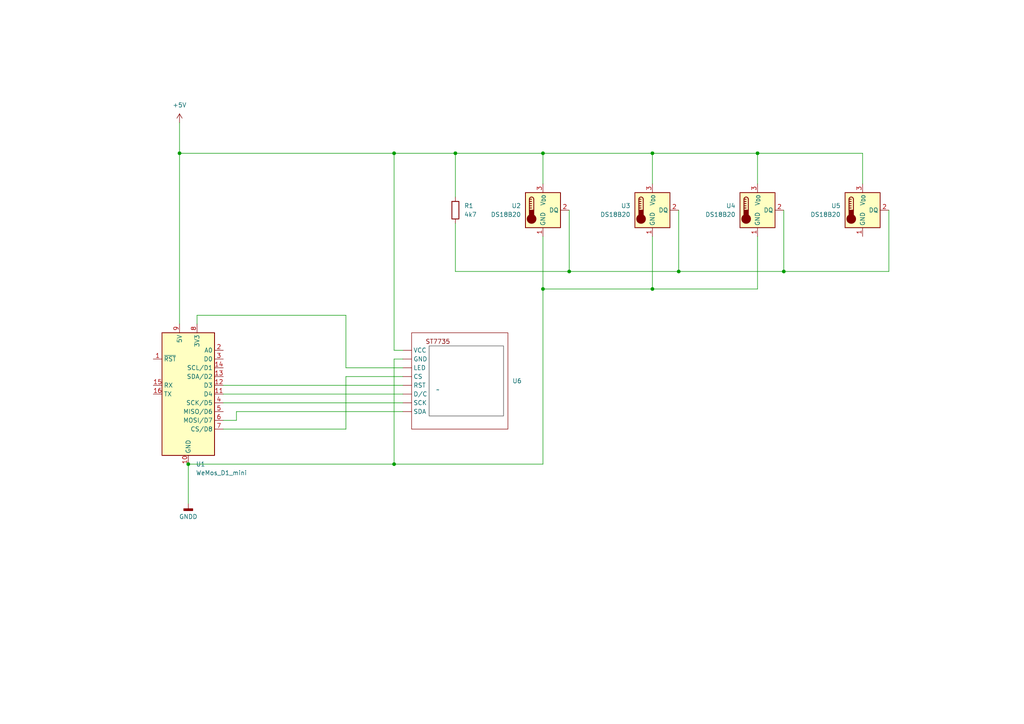
<source format=kicad_sch>
(kicad_sch (version 20230121) (generator eeschema)
  (paper "A4")
  (lib_symbols
    (symbol "Device:R" (pin_numbers hide) (pin_names (offset 0))
      (property "Reference" "R" (at 2.032 0 90))
      (property "Value" "R" (at 0 0 90))
      (symbol "R_0_1"
        (rectangle (start -1.016 -2.54) (end 1.016 2.54) (stroke (width 0.254)))
      )
      (symbol "R_1_1"
        (pin passive line (at 0 3.81 270) (length 1.27) (name "~") (number "1"))
        (pin passive line (at 0 -3.81 90) (length 1.27) (name "~") (number "2"))
      )
    )
    (symbol "KonajkaLibrary:ST7735"
      (property "Reference" "U" (at 0 -8.89 0))
      (symbol "ST7735_0_1"
        (rectangle (start -7.62 16.51) (end 20.32 -11.43))
      )
      (symbol "ST7735_1_1"
        (rectangle (start -2.54 12.7) (end 19.05 -7.62) (stroke (width 0) (color 72 72 72 1)))
        (text "ST7735" (at 0 13.97 0) (effects (font (size 1.27 1.27))))
        (pin input line (at -10.16 3.81 0) (length 2.54) (name "CS") (number ""))
        (pin input line (at -10.16 -1.27 0) (length 2.54) (name "D/C") (number ""))
        (pin power_out line (at -10.16 8.89 0) (length 2.54) (name "GND") (number ""))
        (pin input line (at -10.16 6.35 0) (length 2.54) (name "LED") (number ""))
        (pin input line (at -10.16 1.27 0) (length 2.54) (name "RST") (number ""))
        (pin input line (at -10.16 -3.81 0) (length 2.54) (name "SCK") (number ""))
        (pin input line (at -10.16 -6.35 0) (length 2.54) (name "SDA") (number ""))
        (pin power_in line (at -10.16 11.43 0) (length 2.54) (name "VCC") (number ""))
      )
    )
    (symbol "MCU_Module:WeMos_D1_mini"
      (property "Reference" "U" (at 3.81 19.05 0))
      (property "Value" "WeMos_D1_mini" (at 1.27 -19.05 0))
      (symbol "WeMos_D1_mini_1_1"
        (rectangle (start -7.62 17.78) (end 7.62 -17.78) (stroke (width 0.254)) (fill (type background)))
        (pin input line (at -10.16 10.16 0) (length 2.54) (name "~{RST}") (number "1"))
        (pin power_in line (at 0 -20.32 90) (length 2.54) (name "GND") (number "10"))
        (pin bidirectional line (at 10.16 0 180) (length 2.54) (name "D4") (number "11"))
        (pin bidirectional line (at 10.16 2.54 180) (length 2.54) (name "D3") (number "12"))
        (pin bidirectional line (at 10.16 5.08 180) (length 2.54) (name "SDA/D2") (number "13"))
        (pin bidirectional line (at 10.16 7.62 180) (length 2.54) (name "SCL/D1") (number "14"))
        (pin input line (at -10.16 2.54 0) (length 2.54) (name "RX") (number "15"))
        (pin output line (at -10.16 0 0) (length 2.54) (name "TX") (number "16"))
        (pin input line (at 10.16 12.7 180) (length 2.54) (name "A0") (number "2"))
        (pin bidirectional line (at 10.16 10.16 180) (length 2.54) (name "D0") (number "3"))
        (pin bidirectional line (at 10.16 -2.54 180) (length 2.54) (name "SCK/D5") (number "4"))
        (pin bidirectional line (at 10.16 -5.08 180) (length 2.54) (name "MISO/D6") (number "5"))
        (pin bidirectional line (at 10.16 -7.62 180) (length 2.54) (name "MOSI/D7") (number "6"))
        (pin bidirectional line (at 10.16 -10.16 180) (length 2.54) (name "CS/D8") (number "7"))
        (pin power_out line (at 2.54 20.32 270) (length 2.54) (name "3V3") (number "8"))
        (pin power_in line (at -2.54 20.32 270) (length 2.54) (name "5V") (number "9"))
      )
    )
    (symbol "Sensor_Temperature:DS18B20"
      (property "Reference" "U" (at -3.81 6.35 0))
      (property "Value" "DS18B20" (at 6.35 6.35 0))
      (symbol "DS18B20_0_1"
        (rectangle (start -5.08 5.08) (end 5.08 -5.08) (stroke (width 0.254)) (fill (type background)))
        (circle (center -3.302 -2.54) (radius 1.27) (stroke (width 0.254)) (fill (type outline)))
        (rectangle (start -2.667 -1.905) (end -3.937 0) (stroke (width 0.254)) (fill (type outline)))
        (arc (start -2.667 3.175) (mid -3.302 3.8073) (end -3.937 3.175) (stroke (width 0.254)))
        (polyline (pts (xy -3.937 0.635) (xy -3.302 0.635)) (stroke (width 0.254)))
        (polyline (pts (xy -3.937 1.27) (xy -3.302 1.27)) (stroke (width 0.254)))
        (polyline (pts (xy -3.937 1.905) (xy -3.302 1.905)) (stroke (width 0.254)))
        (polyline (pts (xy -3.937 2.54) (xy -3.302 2.54)) (stroke (width 0.254)))
        (polyline (pts (xy -3.937 3.175) (xy -3.937 0)) (stroke (width 0.254)))
        (polyline (pts (xy -3.937 3.175) (xy -3.302 3.175)) (stroke (width 0.254)))
        (polyline (pts (xy -2.667 3.175) (xy -2.667 0)) (stroke (width 0.254)))
      )
      (symbol "DS18B20_1_1"
        (pin power_in line (at 0 -7.62 90) (length 2.54) (name "GND") (number "1"))
        (pin bidirectional line (at 7.62 0 180) (length 2.54) (name "DQ") (number "2"))
        (pin power_in line (at 0 7.62 270) (length 2.54) (name "V_{DD}") (number "3"))
      )
    )
    (symbol "power:+5V" (power) (pin_names (offset 0))
      (property "Value" "+5V" (at 0 3.556 0))
      (symbol "+5V_0_1"
        (polyline (pts (xy -0.762 1.27) (xy 0 2.54)))
        (polyline (pts (xy 0 0) (xy 0 2.54)))
        (polyline (pts (xy 0 2.54) (xy 0.762 1.27)))
      )
      (symbol "+5V_1_1"
        (pin power_in line (at 0 0 90) (length 0) hide (name "+5V") (number "1"))
      )
    )
    (symbol "power:GNDD" (power) (pin_names (offset 0))
      (property "Value" "GNDD" (at 0 -3.175 0))
      (symbol "GNDD_0_1"
        (rectangle (start -1.27 -1.524) (end 1.27 -2.032) (stroke (width 0.254)) (fill (type outline)))
        (polyline (pts (xy 0 0) (xy 0 -1.524)))
      )
      (symbol "GNDD_1_1"
        (pin power_in line (at 0 0 270) (length 0) hide (name "GNDD") (number "1"))
      )
    )
  )
  (junction (at 189.23 83.82))
  (junction (at 219.71 44.45))
  (junction (at 189.23 44.45))
  (junction (at 114.3 44.45))
  (junction (at 157.48 44.45))
  (junction (at 227.33 78.74))
  (junction (at 157.48 83.82))
  (junction (at 52.07 44.45))
  (junction (at 54.61 134.62))
  (junction (at 165.1 78.74))
  (junction (at 196.85 78.74))
  (junction (at 114.3 134.62))
  (junction (at 132.08 44.45))
  (wire (pts (xy 54.61 134.62) (xy 54.61 146.05)))
  (wire (pts (xy 257.81 78.74) (xy 227.33 78.74)))
  (wire (pts (xy 64.77 111.76) (xy 116.84 111.76)))
  (wire (pts (xy 116.84 104.14) (xy 114.3 104.14)))
  (wire (pts (xy 165.1 60.96) (xy 165.1 78.74)))
  (wire (pts (xy 132.08 44.45) (xy 132.08 57.15)))
  (wire (pts (xy 68.58 121.92) (xy 64.77 121.92)))
  (wire (pts (xy 100.33 91.44) (xy 100.33 106.68)))
  (wire (pts (xy 57.15 91.44) (xy 100.33 91.44)))
  (wire (pts (xy 219.71 53.34) (xy 219.71 44.45)))
  (wire (pts (xy 250.19 44.45) (xy 219.71 44.45)))
  (wire (pts (xy 157.48 134.62) (xy 114.3 134.62)))
  (wire (pts (xy 189.23 44.45) (xy 157.48 44.45)))
  (wire (pts (xy 132.08 78.74) (xy 165.1 78.74)))
  (wire (pts (xy 257.81 60.96) (xy 257.81 78.74)))
  (wire (pts (xy 219.71 68.58) (xy 219.71 83.82)))
  (wire (pts (xy 114.3 104.14) (xy 114.3 134.62)))
  (wire (pts (xy 189.23 83.82) (xy 157.48 83.82)))
  (wire (pts (xy 189.23 53.34) (xy 189.23 44.45)))
  (wire (pts (xy 100.33 109.22) (xy 100.33 124.46)))
  (wire (pts (xy 116.84 101.6) (xy 114.3 101.6)))
  (wire (pts (xy 52.07 44.45) (xy 114.3 44.45)))
  (wire (pts (xy 157.48 83.82) (xy 157.48 134.62)))
  (wire (pts (xy 219.71 83.82) (xy 189.23 83.82)))
  (wire (pts (xy 250.19 53.34) (xy 250.19 44.45)))
  (wire (pts (xy 114.3 134.62) (xy 54.61 134.62)))
  (wire (pts (xy 52.07 44.45) (xy 52.07 93.98)))
  (wire (pts (xy 114.3 101.6) (xy 114.3 44.45)))
  (wire (pts (xy 114.3 44.45) (xy 132.08 44.45)))
  (wire (pts (xy 68.58 119.38) (xy 116.84 119.38)))
  (wire (pts (xy 132.08 64.77) (xy 132.08 78.74)))
  (wire (pts (xy 227.33 78.74) (xy 196.85 78.74)))
  (wire (pts (xy 100.33 106.68) (xy 116.84 106.68)))
  (wire (pts (xy 165.1 78.74) (xy 196.85 78.74)))
  (wire (pts (xy 64.77 114.3) (xy 116.84 114.3)))
  (wire (pts (xy 57.15 91.44) (xy 57.15 93.98)))
  (wire (pts (xy 52.07 35.56) (xy 52.07 44.45)))
  (wire (pts (xy 189.23 68.58) (xy 189.23 83.82)))
  (wire (pts (xy 227.33 60.96) (xy 227.33 78.74)))
  (wire (pts (xy 100.33 124.46) (xy 64.77 124.46)))
  (wire (pts (xy 157.48 44.45) (xy 132.08 44.45)))
  (wire (pts (xy 116.84 109.22) (xy 100.33 109.22)))
  (wire (pts (xy 64.77 116.84) (xy 116.84 116.84)))
  (wire (pts (xy 157.48 53.34) (xy 157.48 44.45)))
  (wire (pts (xy 219.71 44.45) (xy 189.23 44.45)))
  (wire (pts (xy 68.58 119.38) (xy 68.58 121.92)))
  (wire (pts (xy 196.85 60.96) (xy 196.85 78.74)))
  (wire (pts (xy 157.48 68.58) (xy 157.48 83.82)))
  (symbol (lib_id "Sensor_Temperature:DS18B20") (at 250.19 60.96 0) (unit 1)
    (property "Reference" "U5" (at 243.84 59.69 0) (effects (justify right)))
    (property "Value" "DS18B20" (at 243.84 62.23 0) (effects (justify right)))
    (property "Footprint" "Package_TO_SOT_THT:TO-92_Inline" (effects hide))
    (property "Datasheet" "http://datasheets.maximintegrated.com/en/ds/DS18B20.pdf" (effects hide))
  )
  (symbol (lib_id "MCU_Module:WeMos_D1_mini") (at 54.61 114.3 0) (unit 1)
    (property "Reference" "U1" (at 56.8041 134.62 0) (effects (justify left)))
    (property "Value" "WeMos_D1_mini" (at 56.8041 137.16 0) (effects (justify left)))
    (property "Footprint" "Module:WEMOS_D1_mini_light" (effects hide))
    (property "Datasheet" "https://wiki.wemos.cc/products:d1:d1_mini#documentation" (effects hide))
  )
  (symbol (lib_id "Sensor_Temperature:DS18B20") (at 189.23 60.96 0) (unit 1)
    (property "Reference" "U3" (at 182.88 59.69 0) (effects (justify right)))
    (property "Value" "DS18B20" (at 182.88 62.23 0) (effects (justify right)))
    (property "Footprint" "Package_TO_SOT_THT:TO-92_Inline" (effects hide))
    (property "Datasheet" "http://datasheets.maximintegrated.com/en/ds/DS18B20.pdf" (effects hide))
  )
  (symbol (lib_id "KonajkaLibrary:ST7735") (at 127 113.03 0) (unit 1)
    (property "Reference" "U6" (at 148.59 110.49 0) (effects (justify left)))
    (property "Value" "~" (at 127 113.03 0))
  )
  (symbol (lib_id "power:GNDD") (at 54.61 146.05 0) (unit 1)
    (property "Reference" "#PWR02" (effects hide))
    (property "Value" "GNDD" (at 54.61 149.86 0))
  )
  (symbol (lib_id "Device:R") (at 132.08 60.96 0) (unit 1)
    (property "Reference" "R1" (at 134.62 59.69 0) (effects (justify left)))
    (property "Value" "4k7" (at 134.62 62.23 0) (effects (justify left)))
  )
  (symbol (lib_id "power:+5V") (at 52.07 35.56 0) (unit 1)
    (property "Reference" "#PWR01" (effects hide))
    (property "Value" "+5V" (at 52.07 30.48 0))
  )
  (symbol (lib_id "Sensor_Temperature:DS18B20") (at 157.48 60.96 0) (unit 1)
    (property "Reference" "U2" (at 151.13 59.69 0) (effects (justify right)))
    (property "Value" "DS18B20" (at 151.13 62.23 0) (effects (justify right)))
    (property "Footprint" "Package_TO_SOT_THT:TO-92_Inline" (effects hide))
    (property "Datasheet" "http://datasheets.maximintegrated.com/en/ds/DS18B20.pdf" (effects hide))
  )
  (symbol (lib_id "Sensor_Temperature:DS18B20") (at 219.71 60.96 0) (unit 1)
    (property "Reference" "U4" (at 213.36 59.69 0) (effects (justify right)))
    (property "Value" "DS18B20" (at 213.36 62.23 0) (effects (justify right)))
    (property "Footprint" "Package_TO_SOT_THT:TO-92_Inline" (effects hide))
    (property "Datasheet" "http://datasheets.maximintegrated.com/en/ds/DS18B20.pdf" (effects hide))
  )
)
</source>
